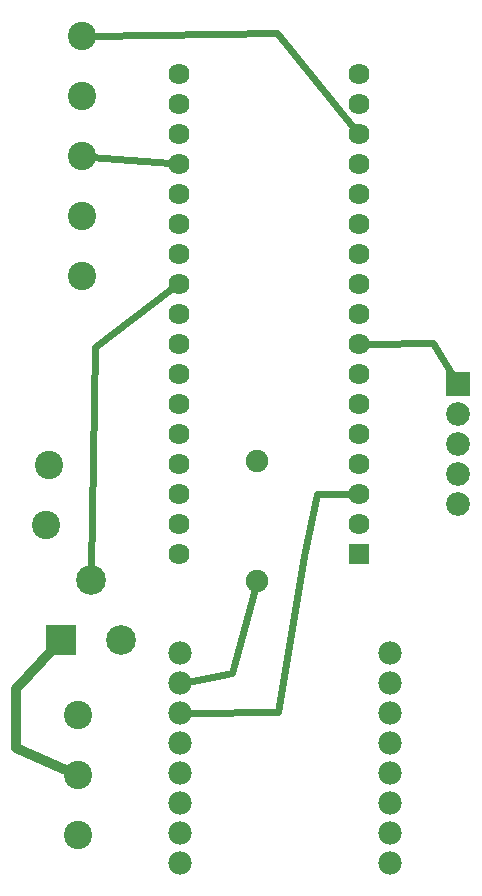
<source format=gbl>
G04 MADE WITH FRITZING*
G04 WWW.FRITZING.ORG*
G04 DOUBLE SIDED*
G04 HOLES PLATED*
G04 CONTOUR ON CENTER OF CONTOUR VECTOR*
%ASAXBY*%
%FSLAX23Y23*%
%MOIN*%
%OFA0B0*%
%SFA1.0B1.0*%
%ADD10C,0.079370*%
%ADD11C,0.099000*%
%ADD12C,0.094488*%
%ADD13C,0.075000*%
%ADD14C,0.070555*%
%ADD15C,0.070583*%
%ADD16C,0.077701*%
%ADD17R,0.079370X0.079370*%
%ADD18R,0.099000X0.099000*%
%ADD19R,0.070570X0.070542*%
%ADD20C,0.024000*%
%ADD21C,0.032000*%
%LNCOPPER0*%
G90*
G70*
G54D10*
X1607Y1711D03*
X1607Y1611D03*
X1607Y1511D03*
X1607Y1411D03*
X1607Y1311D03*
G54D11*
X483Y859D03*
X283Y859D03*
X383Y1059D03*
G54D12*
X351Y2872D03*
X351Y2672D03*
X351Y2472D03*
X351Y2272D03*
X351Y2072D03*
X243Y1440D03*
X233Y1240D03*
X340Y608D03*
X340Y408D03*
X340Y208D03*
G54D13*
X935Y1455D03*
X935Y1055D03*
G54D14*
X1274Y1145D03*
X1274Y1245D03*
X1274Y1345D03*
X1274Y1445D03*
X1274Y1545D03*
X1274Y1645D03*
X1274Y1745D03*
X1274Y1845D03*
X1274Y1945D03*
G54D15*
X1274Y2045D03*
X1274Y2145D03*
X1274Y2245D03*
G54D14*
X1274Y2345D03*
X1274Y2445D03*
G54D15*
X1274Y2545D03*
X1274Y2645D03*
X1274Y2745D03*
G54D14*
X674Y1145D03*
X674Y1245D03*
X674Y1345D03*
X674Y1445D03*
X674Y1545D03*
X674Y1645D03*
X674Y1945D03*
G54D15*
X674Y2045D03*
G54D14*
X674Y1845D03*
X674Y1745D03*
G54D15*
X674Y2145D03*
X674Y2245D03*
G54D14*
X674Y2345D03*
X674Y2445D03*
G54D15*
X674Y2545D03*
X674Y2645D03*
X674Y2745D03*
G54D16*
X678Y814D03*
X678Y714D03*
X678Y614D03*
X678Y514D03*
X678Y414D03*
X678Y314D03*
X678Y214D03*
X678Y114D03*
X1378Y814D03*
X1378Y714D03*
X1378Y614D03*
X1378Y514D03*
X1378Y414D03*
X1378Y314D03*
X1378Y214D03*
X1378Y114D03*
G54D17*
X1607Y1711D03*
G54D18*
X283Y859D03*
G54D19*
X1274Y1145D03*
G54D20*
X383Y1091D02*
X396Y1833D01*
D02*
X396Y1833D02*
X650Y2027D01*
D02*
X928Y1027D02*
X852Y746D01*
D02*
X852Y746D02*
X707Y719D01*
G54D21*
D02*
X133Y496D02*
X306Y422D01*
D02*
X133Y693D02*
X133Y496D01*
D02*
X258Y832D02*
X133Y693D01*
G54D20*
D02*
X1006Y619D02*
X707Y615D01*
D02*
X1092Y1137D02*
X1006Y619D01*
D02*
X1137Y1344D02*
X1092Y1137D01*
D02*
X1244Y1345D02*
X1137Y1344D01*
D02*
X1522Y1846D02*
X1590Y1737D01*
D02*
X1303Y1845D02*
X1522Y1846D01*
D02*
X1255Y2568D02*
X1001Y2881D01*
D02*
X1001Y2881D02*
X382Y2872D01*
D02*
X382Y2469D02*
X644Y2448D01*
G04 End of Copper0*
M02*
</source>
